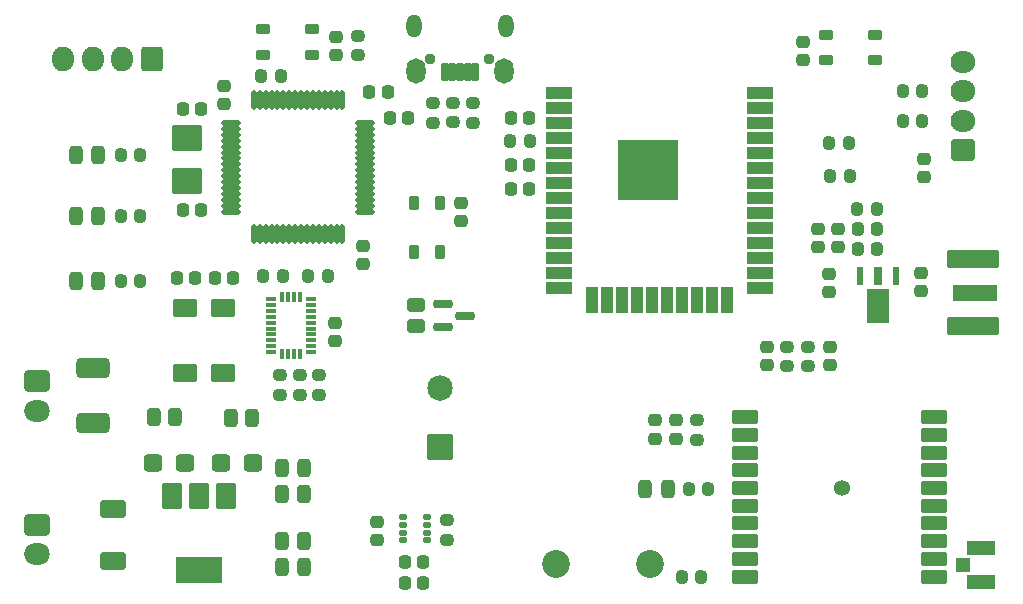
<source format=gbr>
%TF.GenerationSoftware,KiCad,Pcbnew,7.0.7*%
%TF.CreationDate,2024-05-31T17:05:06+03:00*%
%TF.ProjectId,hecatlon_raid_eye,68656361-746c-46f6-9e5f-726169645f65,rev?*%
%TF.SameCoordinates,Original*%
%TF.FileFunction,Soldermask,Top*%
%TF.FilePolarity,Negative*%
%FSLAX46Y46*%
G04 Gerber Fmt 4.6, Leading zero omitted, Abs format (unit mm)*
G04 Created by KiCad (PCBNEW 7.0.7) date 2024-05-31 17:05:06*
%MOMM*%
%LPD*%
G01*
G04 APERTURE LIST*
G04 Aperture macros list*
%AMRoundRect*
0 Rectangle with rounded corners*
0 $1 Rounding radius*
0 $2 $3 $4 $5 $6 $7 $8 $9 X,Y pos of 4 corners*
0 Add a 4 corners polygon primitive as box body*
4,1,4,$2,$3,$4,$5,$6,$7,$8,$9,$2,$3,0*
0 Add four circle primitives for the rounded corners*
1,1,$1+$1,$2,$3*
1,1,$1+$1,$4,$5*
1,1,$1+$1,$6,$7*
1,1,$1+$1,$8,$9*
0 Add four rect primitives between the rounded corners*
20,1,$1+$1,$2,$3,$4,$5,0*
20,1,$1+$1,$4,$5,$6,$7,0*
20,1,$1+$1,$6,$7,$8,$9,0*
20,1,$1+$1,$8,$9,$2,$3,0*%
G04 Aperture macros list end*
%ADD10RoundRect,0.305000X0.250000X-0.225000X0.250000X0.225000X-0.250000X0.225000X-0.250000X-0.225000X0*%
%ADD11RoundRect,0.280000X-0.200000X-0.275000X0.200000X-0.275000X0.200000X0.275000X-0.200000X0.275000X0*%
%ADD12RoundRect,0.080000X-1.200000X1.000000X-1.200000X-1.000000X1.200000X-1.000000X1.200000X1.000000X0*%
%ADD13RoundRect,0.305000X-0.225000X-0.250000X0.225000X-0.250000X0.225000X0.250000X-0.225000X0.250000X0*%
%ADD14RoundRect,0.305000X0.225000X0.250000X-0.225000X0.250000X-0.225000X-0.250000X0.225000X-0.250000X0*%
%ADD15RoundRect,0.305000X-0.250000X0.225000X-0.250000X-0.225000X0.250000X-0.225000X0.250000X0.225000X0*%
%ADD16RoundRect,0.280000X0.200000X0.275000X-0.200000X0.275000X-0.200000X-0.275000X0.200000X-0.275000X0*%
%ADD17RoundRect,0.323750X-0.243750X-0.456250X0.243750X-0.456250X0.243750X0.456250X-0.243750X0.456250X0*%
%ADD18RoundRect,0.280000X0.275000X-0.200000X0.275000X0.200000X-0.275000X0.200000X-0.275000X-0.200000X0*%
%ADD19RoundRect,0.155000X-0.700000X-0.075000X0.700000X-0.075000X0.700000X0.075000X-0.700000X0.075000X0*%
%ADD20RoundRect,0.155000X-0.075000X-0.700000X0.075000X-0.700000X0.075000X0.700000X-0.075000X0.700000X0*%
%ADD21RoundRect,0.080000X-0.210000X0.700000X-0.210000X-0.700000X0.210000X-0.700000X0.210000X0.700000X0*%
%ADD22RoundRect,0.080000X-0.250000X0.700000X-0.250000X-0.700000X0.250000X-0.700000X0.250000X0.700000X0*%
%ADD23RoundRect,0.080000X-0.865000X1.350000X-0.865000X-1.350000X0.865000X-1.350000X0.865000X1.350000X0*%
%ADD24RoundRect,0.080000X-0.950000X0.650000X-0.950000X-0.650000X0.950000X-0.650000X0.950000X0.650000X0*%
%ADD25RoundRect,0.080000X-0.750000X1.000000X-0.750000X-1.000000X0.750000X-1.000000X0.750000X1.000000X0*%
%ADD26RoundRect,0.080000X-1.900000X1.000000X-1.900000X-1.000000X1.900000X-1.000000X1.900000X1.000000X0*%
%ADD27RoundRect,0.080000X-0.525000X-0.325000X0.525000X-0.325000X0.525000X0.325000X-0.525000X0.325000X0*%
%ADD28RoundRect,0.280000X-0.275000X0.200000X-0.275000X-0.200000X0.275000X-0.200000X0.275000X0.200000X0*%
%ADD29RoundRect,0.080000X1.800000X-0.635000X1.800000X0.635000X-1.800000X0.635000X-1.800000X-0.635000X0*%
%ADD30RoundRect,0.080000X2.100000X-0.675000X2.100000X0.675000X-2.100000X0.675000X-2.100000X-0.675000X0*%
%ADD31RoundRect,0.298750X0.256250X-0.218750X0.256250X0.218750X-0.256250X0.218750X-0.256250X-0.218750X0*%
%ADD32RoundRect,0.330000X-0.262500X-0.450000X0.262500X-0.450000X0.262500X0.450000X-0.262500X0.450000X0*%
%ADD33RoundRect,0.080000X0.337500X-0.127000X0.337500X0.127000X-0.337500X0.127000X-0.337500X-0.127000X0*%
%ADD34RoundRect,0.080000X0.127000X0.337500X-0.127000X0.337500X-0.127000X-0.337500X0.127000X-0.337500X0*%
%ADD35RoundRect,0.330000X-0.450000X-0.425000X0.450000X-0.425000X0.450000X0.425000X-0.450000X0.425000X0*%
%ADD36RoundRect,0.080000X-0.325000X0.525000X-0.325000X-0.525000X0.325000X-0.525000X0.325000X0.525000X0*%
%ADD37RoundRect,0.230000X-0.587500X-0.150000X0.587500X-0.150000X0.587500X0.150000X-0.587500X0.150000X0*%
%ADD38RoundRect,0.080000X-1.000000X-0.450000X1.000000X-0.450000X1.000000X0.450000X-1.000000X0.450000X0*%
%ADD39RoundRect,0.080000X0.450000X-1.000000X0.450000X1.000000X-0.450000X1.000000X-0.450000X-1.000000X0*%
%ADD40RoundRect,0.080000X-2.500000X-2.500000X2.500000X-2.500000X2.500000X2.500000X-2.500000X2.500000X0*%
%ADD41C,1.360000*%
%ADD42RoundRect,0.080000X1.000000X-0.500000X1.000000X0.500000X-1.000000X0.500000X-1.000000X-0.500000X0*%
%ADD43RoundRect,0.330000X-0.750000X0.600000X-0.750000X-0.600000X0.750000X-0.600000X0.750000X0.600000X0*%
%ADD44O,2.160000X1.860000*%
%ADD45RoundRect,0.330000X0.450000X-0.262500X0.450000X0.262500X-0.450000X0.262500X-0.450000X-0.262500X0*%
%ADD46O,0.960000X0.960000*%
%ADD47RoundRect,0.080000X0.225000X0.650000X-0.225000X0.650000X-0.225000X-0.650000X0.225000X-0.650000X0*%
%ADD48O,1.310000X1.960000*%
%ADD49O,1.610000X2.160000*%
%ADD50RoundRect,0.329999X-1.075001X0.512501X-1.075001X-0.512501X1.075001X-0.512501X1.075001X0.512501X0*%
%ADD51RoundRect,0.298750X-0.218750X-0.256250X0.218750X-0.256250X0.218750X0.256250X-0.218750X0.256250X0*%
%ADD52RoundRect,0.080000X-0.525000X-0.500000X0.525000X-0.500000X0.525000X0.500000X-0.525000X0.500000X0*%
%ADD53RoundRect,0.080000X-1.100000X-0.525000X1.100000X-0.525000X1.100000X0.525000X-1.100000X0.525000X0*%
%ADD54RoundRect,0.080000X1.000000X-1.000000X1.000000X1.000000X-1.000000X1.000000X-1.000000X-1.000000X0*%
%ADD55C,2.160000*%
%ADD56RoundRect,0.298750X0.218750X0.256250X-0.218750X0.256250X-0.218750X-0.256250X0.218750X-0.256250X0*%
%ADD57RoundRect,0.330000X0.725000X-0.600000X0.725000X0.600000X-0.725000X0.600000X-0.725000X-0.600000X0*%
%ADD58O,2.110000X1.860000*%
%ADD59RoundRect,0.080000X0.250000X0.175000X-0.250000X0.175000X-0.250000X-0.175000X0.250000X-0.175000X0*%
%ADD60RoundRect,0.330000X0.600000X0.725000X-0.600000X0.725000X-0.600000X-0.725000X0.600000X-0.725000X0*%
%ADD61O,1.860000X2.110000*%
%ADD62RoundRect,0.330000X-0.800000X0.450000X-0.800000X-0.450000X0.800000X-0.450000X0.800000X0.450000X0*%
%ADD63C,2.360000*%
G04 APERTURE END LIST*
D10*
%TO.C,C15*%
X199600000Y-52075000D03*
X199600000Y-50525000D03*
%TD*%
D11*
%TO.C,R6*%
X202775000Y-49700000D03*
X204425000Y-49700000D03*
%TD*%
D12*
%TO.C,Y1*%
X196500000Y-54900000D03*
X196500000Y-58600000D03*
%TD*%
D11*
%TO.C,FB1*%
X223875000Y-55200000D03*
X225525000Y-55200000D03*
%TD*%
D13*
%TO.C,C11*%
X223925000Y-57200000D03*
X225475000Y-57200000D03*
%TD*%
D14*
%TO.C,C19*%
X200400000Y-66750000D03*
X198850000Y-66750000D03*
%TD*%
D11*
%TO.C,R37*%
X253250000Y-60900000D03*
X254900000Y-60900000D03*
%TD*%
D15*
%TO.C,C30*%
X249900000Y-62625000D03*
X249900000Y-64175000D03*
%TD*%
D16*
%TO.C,R36*%
X240025000Y-92100000D03*
X238375000Y-92100000D03*
%TD*%
%TO.C,R14*%
X252600000Y-58100000D03*
X250950000Y-58100000D03*
%TD*%
D17*
%TO.C,D6*%
X204552500Y-82900000D03*
X206427500Y-82900000D03*
%TD*%
D18*
%TO.C,R25*%
X207637500Y-76675000D03*
X207637500Y-75025000D03*
%TD*%
D17*
%TO.C,D4*%
X187062500Y-67025000D03*
X188937500Y-67025000D03*
%TD*%
D11*
%TO.C,R5*%
X257075000Y-50950000D03*
X258725000Y-50950000D03*
%TD*%
D19*
%TO.C,U7*%
X200225000Y-53650000D03*
X200225000Y-54150000D03*
X200225000Y-54650000D03*
X200225000Y-55150000D03*
X200225000Y-55650000D03*
X200225000Y-56150000D03*
X200225000Y-56650000D03*
X200225000Y-57150000D03*
X200225000Y-57650000D03*
X200225000Y-58150000D03*
X200225000Y-58650000D03*
X200225000Y-59150000D03*
X200225000Y-59650000D03*
X200225000Y-60150000D03*
X200225000Y-60650000D03*
X200225000Y-61150000D03*
D20*
X202150000Y-63075000D03*
X202650000Y-63075000D03*
X203150000Y-63075000D03*
X203650000Y-63075000D03*
X204150000Y-63075000D03*
X204650000Y-63075000D03*
X205150000Y-63075000D03*
X205650000Y-63075000D03*
X206150000Y-63075000D03*
X206650000Y-63075000D03*
X207150000Y-63075000D03*
X207650000Y-63075000D03*
X208150000Y-63075000D03*
X208650000Y-63075000D03*
X209150000Y-63075000D03*
X209650000Y-63075000D03*
D19*
X211575000Y-61150000D03*
X211575000Y-60650000D03*
X211575000Y-60150000D03*
X211575000Y-59650000D03*
X211575000Y-59150000D03*
X211575000Y-58650000D03*
X211575000Y-58150000D03*
X211575000Y-57650000D03*
X211575000Y-57150000D03*
X211575000Y-56650000D03*
X211575000Y-56150000D03*
X211575000Y-55650000D03*
X211575000Y-55150000D03*
X211575000Y-54650000D03*
X211575000Y-54150000D03*
X211575000Y-53650000D03*
D20*
X209650000Y-51725000D03*
X209150000Y-51725000D03*
X208650000Y-51725000D03*
X208150000Y-51725000D03*
X207650000Y-51725000D03*
X207150000Y-51725000D03*
X206650000Y-51725000D03*
X206150000Y-51725000D03*
X205650000Y-51725000D03*
X205150000Y-51725000D03*
X204650000Y-51725000D03*
X204150000Y-51725000D03*
X203650000Y-51725000D03*
X203150000Y-51725000D03*
X202650000Y-51725000D03*
X202150000Y-51725000D03*
%TD*%
D13*
%TO.C,C12*%
X211925000Y-51000000D03*
X213475000Y-51000000D03*
%TD*%
D21*
%TO.C,U6*%
X256500000Y-66625000D03*
D22*
X255000000Y-66625000D03*
D21*
X253500000Y-66625000D03*
D23*
X255000000Y-69125000D03*
%TD*%
D24*
%TO.C,Y2*%
X196300000Y-69300000D03*
X196300000Y-74800000D03*
X199500000Y-74800000D03*
X199500000Y-69300000D03*
%TD*%
D25*
%TO.C,U2*%
X199800000Y-85200000D03*
X197500000Y-85200000D03*
D26*
X197500000Y-91500000D03*
D25*
X195200000Y-85200000D03*
%TD*%
D10*
%TO.C,C1*%
X248675000Y-48350000D03*
X248675000Y-46800000D03*
%TD*%
D27*
%TO.C,SW2*%
X202925000Y-45700000D03*
X207075000Y-45700000D03*
X202925000Y-47850000D03*
X207050000Y-47850000D03*
%TD*%
D14*
%TO.C,C9*%
X225475000Y-53200000D03*
X223925000Y-53200000D03*
%TD*%
D28*
%TO.C,R18*%
X220700000Y-51975000D03*
X220700000Y-53625000D03*
%TD*%
D29*
%TO.C,AE2*%
X263237500Y-68000000D03*
D30*
X263037500Y-70825000D03*
X263037500Y-65175000D03*
%TD*%
D28*
%TO.C,R15*%
X217300000Y-51975000D03*
X217300000Y-53625000D03*
%TD*%
D31*
%TO.C,FB3*%
X251600000Y-64187500D03*
X251600000Y-62612500D03*
%TD*%
D18*
%TO.C,R27*%
X204337500Y-76675000D03*
X204337500Y-75025000D03*
%TD*%
D32*
%TO.C,R29*%
X204537500Y-85100000D03*
X206362500Y-85100000D03*
%TD*%
D33*
%TO.C,U4*%
X203637500Y-73050000D03*
D34*
X204550000Y-73187500D03*
X205050000Y-73187500D03*
X205550000Y-73187500D03*
X206050000Y-73187500D03*
D33*
X206962500Y-73050000D03*
X206962500Y-72550000D03*
X206962500Y-72050000D03*
X206962500Y-71550000D03*
X206962500Y-71050000D03*
X206962500Y-70550000D03*
X206962500Y-70050000D03*
X206962500Y-69550000D03*
X206962500Y-69050000D03*
X206962500Y-68550000D03*
D34*
X206050000Y-68412500D03*
X205550000Y-68412500D03*
X205050000Y-68412500D03*
X204550000Y-68412500D03*
D33*
X203637500Y-68550000D03*
X203637500Y-69050000D03*
X203637500Y-69550000D03*
X203637500Y-70050000D03*
X203637500Y-70550000D03*
X203637500Y-71050000D03*
X203637500Y-71550000D03*
X203637500Y-72050000D03*
X203637500Y-72550000D03*
%TD*%
D35*
%TO.C,C20*%
X193650000Y-82400000D03*
X196350000Y-82400000D03*
%TD*%
D32*
%TO.C,R24*%
X200187500Y-78650000D03*
X202012500Y-78650000D03*
%TD*%
D36*
%TO.C,B1*%
X217875000Y-60425000D03*
X217875000Y-64575000D03*
X215725000Y-60425000D03*
X215725000Y-64550000D03*
%TD*%
D37*
%TO.C,Q1*%
X218175000Y-69000000D03*
X218175000Y-70900000D03*
X220050000Y-69950000D03*
%TD*%
D17*
%TO.C,D3*%
X187062500Y-61485000D03*
X188937500Y-61485000D03*
%TD*%
D38*
%TO.C,MOD1*%
X228015000Y-51130000D03*
X228015000Y-52400000D03*
X228015000Y-53670000D03*
X228015000Y-54940000D03*
X228015000Y-56210000D03*
X228015000Y-57480000D03*
X228015000Y-58750000D03*
X228015000Y-60020000D03*
X228015000Y-61290000D03*
X228015000Y-62560000D03*
X228015000Y-63830000D03*
X228015000Y-65100000D03*
X228015000Y-66370000D03*
X228015000Y-67640000D03*
D39*
X230800000Y-68640000D03*
X232070000Y-68640000D03*
X233340000Y-68640000D03*
X234610000Y-68640000D03*
X235880000Y-68640000D03*
X237150000Y-68640000D03*
X238420000Y-68640000D03*
X239690000Y-68640000D03*
X240960000Y-68640000D03*
X242230000Y-68640000D03*
D38*
X245015000Y-67640000D03*
X245015000Y-66370000D03*
X245015000Y-65100000D03*
X245015000Y-63830000D03*
X245015000Y-62560000D03*
X245015000Y-61290000D03*
X245015000Y-60020000D03*
X245015000Y-58750000D03*
X245015000Y-57480000D03*
X245015000Y-56210000D03*
X245015000Y-54940000D03*
X245015000Y-53670000D03*
X245015000Y-52400000D03*
X245015000Y-51130000D03*
D40*
X235515000Y-57630000D03*
%TD*%
D15*
%TO.C,C32*%
X250875000Y-66425000D03*
X250875000Y-67975000D03*
%TD*%
D18*
%TO.C,FB2*%
X239700000Y-80450000D03*
X239700000Y-78800000D03*
%TD*%
D17*
%TO.C,D8*%
X235300000Y-84600000D03*
X237175000Y-84600000D03*
%TD*%
D41*
%TO.C,IC1*%
X251964000Y-84574000D03*
D42*
X243694000Y-78546000D03*
X243694000Y-80046000D03*
X243694000Y-81546000D03*
X243694000Y-83046000D03*
X243694000Y-84546000D03*
X243694000Y-86046000D03*
X243694000Y-87546000D03*
X243694000Y-89046000D03*
X243694000Y-90546000D03*
X243694000Y-92046000D03*
X259694000Y-92046000D03*
X259694000Y-90546000D03*
X259694000Y-89046000D03*
X259694000Y-87546000D03*
X259694000Y-86046000D03*
X259694000Y-84546000D03*
X259694000Y-83046000D03*
X259694000Y-81546000D03*
X259694000Y-80046000D03*
X259694000Y-78546000D03*
%TD*%
D43*
%TO.C,J6*%
X183800000Y-87650000D03*
D44*
X183800000Y-90150000D03*
%TD*%
D14*
%TO.C,C14*%
X215200000Y-53200000D03*
X213650000Y-53200000D03*
%TD*%
D10*
%TO.C,C8*%
X258900000Y-58225000D03*
X258900000Y-56675000D03*
%TD*%
D16*
%TO.C,R13*%
X252525000Y-55300000D03*
X250875000Y-55300000D03*
%TD*%
D14*
%TO.C,C7*%
X197695000Y-61000000D03*
X196145000Y-61000000D03*
%TD*%
D45*
%TO.C,R12*%
X215850000Y-70875000D03*
X215850000Y-69050000D03*
%TD*%
D14*
%TO.C,C21*%
X197175000Y-66750000D03*
X195625000Y-66750000D03*
%TD*%
D10*
%TO.C,C29*%
X237900000Y-80375000D03*
X237900000Y-78825000D03*
%TD*%
D28*
%TO.C,R28*%
X206037500Y-75025000D03*
X206037500Y-76675000D03*
%TD*%
D14*
%TO.C,C17*%
X216475000Y-92600000D03*
X214925000Y-92600000D03*
%TD*%
D46*
%TO.C,J5*%
X222100000Y-48200000D03*
X217100000Y-48200000D03*
D47*
X220900000Y-49300000D03*
X220250000Y-49300000D03*
X219600000Y-49300000D03*
X218950000Y-49300000D03*
X218300000Y-49300000D03*
D48*
X223475000Y-45450000D03*
D49*
X223325000Y-49250000D03*
X215875000Y-49250000D03*
D48*
X215725000Y-45450000D03*
%TD*%
D15*
%TO.C,C13*%
X211400000Y-64025000D03*
X211400000Y-65575000D03*
%TD*%
D10*
%TO.C,C4*%
X209100000Y-47925000D03*
X209100000Y-46375000D03*
%TD*%
D28*
%TO.C,R1*%
X211000000Y-46250000D03*
X211000000Y-47900000D03*
%TD*%
D16*
%TO.C,R9*%
X192525000Y-61485000D03*
X190875000Y-61485000D03*
%TD*%
D14*
%TO.C,C10*%
X225475000Y-59200000D03*
X223925000Y-59200000D03*
%TD*%
D35*
%TO.C,C22*%
X199350000Y-82400000D03*
X202050000Y-82400000D03*
%TD*%
D16*
%TO.C,R35*%
X240625000Y-84600000D03*
X238975000Y-84600000D03*
%TD*%
D43*
%TO.C,J3*%
X183800000Y-75500000D03*
D44*
X183800000Y-78000000D03*
%TD*%
D18*
%TO.C,R2*%
X247300000Y-74225000D03*
X247300000Y-72575000D03*
%TD*%
D13*
%TO.C,C16*%
X214925000Y-90800000D03*
X216475000Y-90800000D03*
%TD*%
D14*
%TO.C,C6*%
X197695000Y-52500000D03*
X196145000Y-52500000D03*
%TD*%
D15*
%TO.C,C28*%
X236100000Y-78825000D03*
X236100000Y-80375000D03*
%TD*%
D10*
%TO.C,C27*%
X209037500Y-72125000D03*
X209037500Y-70575000D03*
%TD*%
D17*
%TO.C,D2*%
X187062500Y-56355000D03*
X188937500Y-56355000D03*
%TD*%
D15*
%TO.C,C2*%
X219700000Y-60425000D03*
X219700000Y-61975000D03*
%TD*%
D16*
%TO.C,R8*%
X208400000Y-66600000D03*
X206750000Y-66600000D03*
%TD*%
D32*
%TO.C,R32*%
X204537500Y-89000000D03*
X206362500Y-89000000D03*
%TD*%
D50*
%TO.C,F1*%
X188500000Y-74412500D03*
X188500000Y-79087500D03*
%TD*%
D17*
%TO.C,D7*%
X204552500Y-91200000D03*
X206427500Y-91200000D03*
%TD*%
D51*
%TO.C,L2*%
X253312500Y-62600000D03*
X254887500Y-62600000D03*
%TD*%
D10*
%TO.C,C5*%
X245600000Y-74175000D03*
X245600000Y-72625000D03*
%TD*%
D52*
%TO.C,AE1*%
X262150000Y-91075000D03*
D53*
X263675000Y-89600000D03*
X263675000Y-92550000D03*
%TD*%
D11*
%TO.C,R10*%
X202950000Y-66600000D03*
X204600000Y-66600000D03*
%TD*%
D16*
%TO.C,R7*%
X192525000Y-56355000D03*
X190875000Y-56355000D03*
%TD*%
D28*
%TO.C,R17*%
X218500000Y-87275000D03*
X218500000Y-88925000D03*
%TD*%
D10*
%TO.C,C31*%
X258675000Y-67875000D03*
X258675000Y-66325000D03*
%TD*%
D54*
%TO.C,BZ1*%
X217900000Y-81100000D03*
D55*
X217900000Y-76100000D03*
%TD*%
D15*
%TO.C,C18*%
X212600000Y-87425000D03*
X212600000Y-88975000D03*
%TD*%
D56*
%TO.C,L3*%
X254887500Y-64300000D03*
X253312500Y-64300000D03*
%TD*%
D15*
%TO.C,C3*%
X250900000Y-72625000D03*
X250900000Y-74175000D03*
%TD*%
D57*
%TO.C,J1*%
X262200000Y-55950000D03*
D58*
X262200000Y-53450000D03*
X262200000Y-50950000D03*
X262200000Y-48450000D03*
%TD*%
D28*
%TO.C,R16*%
X219000000Y-51950000D03*
X219000000Y-53600000D03*
%TD*%
D59*
%TO.C,U3*%
X214775000Y-88975000D03*
X214775000Y-88325000D03*
X214775000Y-87675000D03*
X214775000Y-87025000D03*
X216825000Y-87025000D03*
X216825000Y-87675000D03*
X216825000Y-88325000D03*
X216825000Y-88975000D03*
%TD*%
D60*
%TO.C,J2*%
X193500000Y-48200000D03*
D61*
X191000000Y-48200000D03*
X188500000Y-48200000D03*
X186000000Y-48200000D03*
%TD*%
D16*
%TO.C,R11*%
X192525000Y-67025000D03*
X190875000Y-67025000D03*
%TD*%
D62*
%TO.C,D5*%
X190200000Y-86350000D03*
X190200000Y-90750000D03*
%TD*%
D32*
%TO.C,R20*%
X193687500Y-78550000D03*
X195512500Y-78550000D03*
%TD*%
D27*
%TO.C,SW1*%
X250600000Y-46200000D03*
X254750000Y-46200000D03*
X250600000Y-48350000D03*
X254725000Y-48350000D03*
%TD*%
D11*
%TO.C,R4*%
X257075000Y-53450000D03*
X258725000Y-53450000D03*
%TD*%
D28*
%TO.C,R3*%
X249100000Y-72575000D03*
X249100000Y-74225000D03*
%TD*%
D63*
%TO.C,J10*%
X235725000Y-91000000D03*
X227725000Y-91000000D03*
%TD*%
M02*

</source>
